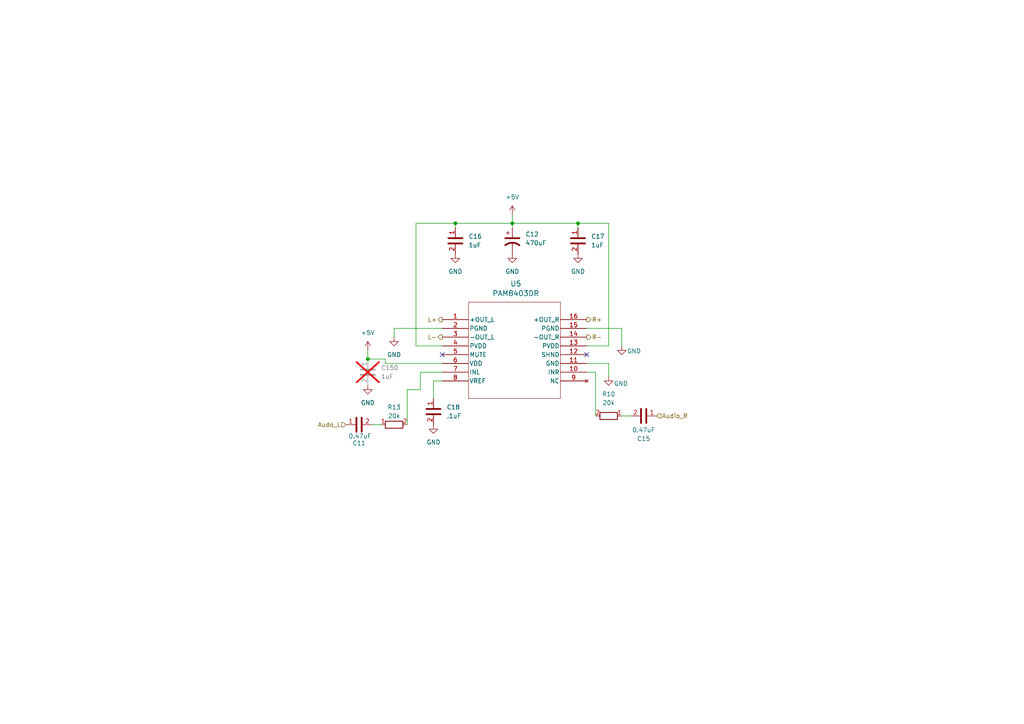
<source format=kicad_sch>
(kicad_sch (version 20231120) (generator "eeschema") (generator_version "8.0")
  (paper "A4")
  (lib_symbols
    (symbol "Device:C_Polarized_US" (pin_numbers hide) (pin_names (offset 0.254) hide)
      (property "Reference" "C" (at 0.635 2.54 0))
      (property "Value" "C_Polarized_US" (at 0.635 -2.54 0))
      (symbol "C_Polarized_US_0_1"
        (polyline (pts (xy -2.032 0.762) (xy 2.032 0.762)) (stroke (width 0.508)))
        (polyline (pts (xy -1.778 2.286) (xy -0.762 2.286)))
        (polyline (pts (xy -1.27 1.778) (xy -1.27 2.794)))
        (arc (start 2.032 -1.27) (mid 0 -0.5572) (end -2.032 -1.27) (stroke (width 0.508)))
      )
      (symbol "C_Polarized_US_1_1"
        (pin passive line (at 0 3.81 270) (length 2.794) (name "~") (number "1"))
        (pin passive line (at 0 -3.81 90) (length 3.302) (name "~") (number "2"))
      )
    )
    (symbol "PVA_board:C"
      (property "Reference" "C" (at 0 0 0))
      (symbol "C_0_1"
        (polyline (pts (xy -0.762 3.048) (xy -0.762 7.112)) (stroke (width 0.508)))
        (polyline (pts (xy 0.762 3.048) (xy 0.762 7.112)) (stroke (width 0.508)))
      )
      (symbol "C_1_1"
        (pin passive line (at -3.81 5.08 0) (length 2.794) (name "~") (number "1"))
        (pin passive line (at 3.81 5.08 180) (length 2.794) (name "~") (number "2"))
      )
    )
    (symbol "PVA_board:PAM8403DR" (pin_names (offset 0.254))
      (property "Reference" "U" (at 21.082 9.652 0))
      (property "Value" "PAM8403DR" (at 21.082 7.112 0))
      (symbol "PAM8403DR_0_1"
        (polyline (pts (xy 7.62 -22.86) (xy 34.29 -22.86)) (stroke (width 0.127)))
        (polyline (pts (xy 7.62 5.08) (xy 7.62 -22.86)) (stroke (width 0.127)))
        (polyline (pts (xy 34.29 -22.86) (xy 34.29 5.08)) (stroke (width 0.127)))
        (polyline (pts (xy 34.29 5.08) (xy 7.62 5.08)) (stroke (width 0.127)))
        (pin output line (at 0 0 0) (length 7.62) (name "+OUT_L") (number "1"))
        (pin unspecified line (at 41.91 -15.24 180) (length 7.62) (name "INR") (number "10"))
        (pin power_out line (at 41.91 -12.7 180) (length 7.62) (name "GND") (number "11"))
        (pin unspecified line (at 41.91 -10.16 180) (length 7.62) (name "SHND") (number "12"))
        (pin power_in line (at 41.91 -7.62 180) (length 7.62) (name "PVDD") (number "13"))
        (pin output line (at 41.91 -5.08 180) (length 7.62) (name "-OUT_R") (number "14"))
        (pin power_out line (at 41.91 -2.54 180) (length 7.62) (name "PGND") (number "15"))
        (pin output line (at 41.91 0 180) (length 7.62) (name "+OUT_R") (number "16"))
        (pin power_out line (at 0 -2.54 0) (length 7.62) (name "PGND") (number "2"))
        (pin output line (at 0 -5.08 0) (length 7.62) (name "-OUT_L") (number "3"))
        (pin power_in line (at 0 -7.62 0) (length 7.62) (name "PVDD") (number "4"))
        (pin unspecified line (at 0 -10.16 0) (length 7.62) (name "MUTE") (number "5"))
        (pin power_in line (at 0 -12.7 0) (length 7.62) (name "VDD") (number "6"))
        (pin unspecified line (at 0 -15.24 0) (length 7.62) (name "INL") (number "7"))
        (pin power_in line (at 0 -17.78 0) (length 7.62) (name "VREF") (number "8"))
        (pin no_connect line (at 41.91 -17.78 180) (length 7.62) (name "NC") (number "9"))
      )
    )
    (symbol "PVA_board:R"
      (property "Reference" "R" (at 0 0 0))
      (symbol "R_0_1"
        (rectangle (start 2.54 1.524) (end -2.54 3.556) (stroke (width 0.254)))
      )
      (symbol "R_1_1"
        (pin passive line (at -3.81 2.54 0) (length 1.27) (name "~") (number "1"))
        (pin passive line (at 3.81 2.54 180) (length 1.27) (name "~") (number "2"))
      )
    )
    (symbol "power:+5V" (power) (pin_numbers hide) (pin_names (offset 0) hide)
      (property "Value" "+5V" (at 0 3.556 0))
      (symbol "+5V_0_1"
        (polyline (pts (xy -0.762 1.27) (xy 0 2.54)))
        (polyline (pts (xy 0 0) (xy 0 2.54)))
        (polyline (pts (xy 0 2.54) (xy 0.762 1.27)))
      )
      (symbol "+5V_1_1"
        (pin power_in line (at 0 0 90) (length 0) (name "~") (number "1"))
      )
    )
    (symbol "power:GND" (power) (pin_numbers hide) (pin_names (offset 0) hide)
      (property "Value" "GND" (at 0 -3.81 0))
      (symbol "GND_0_1"
        (polyline (pts (xy 0 0) (xy 0 -1.27) (xy 1.27 -1.27) (xy 0 -2.54) (xy -1.27 -1.27) (xy 0 -1.27)))
      )
      (symbol "GND_1_1"
        (pin power_in line (at 0 0 270) (length 0) (name "~") (number "1"))
      )
    )
  )
  (junction (at 148.59 64.77))
  (junction (at 132.08 64.77))
  (junction (at 167.64 64.77))
  (junction (at 106.68 104.14))
  (no_connect (at 128.27 102.87))
  (no_connect (at 170.18 102.87))
  (wire (pts (xy 167.64 66.04) (xy 167.64 64.77)))
  (wire (pts (xy 176.53 64.77) (xy 176.53 100.33)))
  (wire (pts (xy 176.53 100.33) (xy 170.18 100.33)))
  (wire (pts (xy 121.92 107.95) (xy 128.27 107.95)))
  (wire (pts (xy 167.64 64.77) (xy 176.53 64.77)))
  (wire (pts (xy 170.18 105.41) (xy 176.53 105.41)))
  (wire (pts (xy 120.65 64.77) (xy 120.65 100.33)))
  (wire (pts (xy 118.11 113.03) (xy 121.92 113.03)))
  (wire (pts (xy 148.59 62.23) (xy 148.59 64.77)))
  (wire (pts (xy 118.11 123.19) (xy 118.11 113.03)))
  (wire (pts (xy 125.73 110.49) (xy 128.27 110.49)))
  (wire (pts (xy 132.08 66.04) (xy 132.08 64.77)))
  (wire (pts (xy 176.53 105.41) (xy 176.53 109.22)))
  (wire (pts (xy 148.59 66.04) (xy 148.59 64.77)))
  (wire (pts (xy 125.73 115.57) (xy 125.73 110.49)))
  (wire (pts (xy 120.65 100.33) (xy 128.27 100.33)))
  (wire (pts (xy 114.3 95.25) (xy 114.3 97.79)))
  (wire (pts (xy 170.18 95.25) (xy 180.34 95.25)))
  (wire (pts (xy 132.08 64.77) (xy 148.59 64.77)))
  (wire (pts (xy 121.92 113.03) (xy 121.92 107.95)))
  (wire (pts (xy 172.72 107.95) (xy 172.72 120.65)))
  (wire (pts (xy 106.68 101.6) (xy 106.68 104.14)))
  (wire (pts (xy 111.76 105.41) (xy 128.27 105.41)))
  (wire (pts (xy 170.18 107.95) (xy 172.72 107.95)))
  (wire (pts (xy 180.34 95.25) (xy 180.34 100.33)))
  (wire (pts (xy 107.95 123.19) (xy 110.49 123.19)))
  (wire (pts (xy 148.59 64.77) (xy 167.64 64.77)))
  (wire (pts (xy 180.34 120.65) (xy 182.88 120.65)))
  (wire (pts (xy 128.27 95.25) (xy 114.3 95.25)))
  (wire (pts (xy 111.76 105.41) (xy 111.76 104.14)))
  (wire (pts (xy 120.65 64.77) (xy 132.08 64.77)))
  (wire (pts (xy 106.68 104.14) (xy 111.76 104.14)))
  (hierarchical_label "Audio_R" (shape input) (at 190.5 120.65 0))
  (hierarchical_label "R+" (shape output) (at 170.18 92.71 0))
  (hierarchical_label "R-" (shape output) (at 170.18 97.79 0))
  (hierarchical_label "L-" (shape output) (at 128.27 97.79 180))
  (hierarchical_label "Audo_L" (shape input) (at 100.33 123.19 180))
  (hierarchical_label "L+" (shape output) (at 128.27 92.71 180))
  (symbol (lib_id "power:GND") (at 167.64 73.66 0) (unit 1)
    (property "Reference" "#PWR037" (effects (hide yes)))
    (property "Value" "GND" (at 167.64 78.74 0))
    (property "Description" "Power symbol creates a global label with name \"GND\" , ground" (effects (hide yes)))
  )
  (symbol (lib_id "PVA_board:C") (at 120.65 119.38 270) (unit 1)
    (property "Reference" "C18" (at 129.54 118.1099 90) (effects (justify left)))
    (property "Value" ".1uF" (at 129.54 120.6499 90) (effects (justify left)))
    (property "Footprint" "PVA_board:C-0805" (effects (hide yes)))
  )
  (symbol (lib_id "PVA_board:C") (at 104.14 128.27 0) (unit 1)
    (property "Reference" "C11" (at 104.14 128.524 0))
    (property "Value" "0.47uF" (at 104.394 126.492 0))
    (property "Footprint" "PVA_board:C-0805" (effects (hide yes)))
  )
  (symbol (lib_id "power:GND") (at 176.53 109.22 0) (unit 1)
    (property "Reference" "#PWR038" (effects (hide yes)))
    (property "Value" "GND" (at 180.086 111.252 0))
    (property "Description" "Power symbol creates a global label with name \"GND\" , ground" (effects (hide yes)))
  )
  (symbol (lib_id "power:GND") (at 114.3 97.79 0) (unit 1)
    (property "Reference" "#PWR0102" (effects (hide yes)))
    (property "Value" "GND" (at 114.3 102.87 0))
    (property "Description" "Power symbol creates a global label with name \"GND\" , ground" (effects (hide yes)))
  )
  (symbol (lib_id "PVA_board:C") (at 127 69.85 270) (unit 1)
    (property "Reference" "C16" (at 135.89 68.5799 90) (effects (justify left)))
    (property "Value" "1uF" (at 135.89 71.1199 90) (effects (justify left)))
    (property "Footprint" "PVA_board:C-0805" (effects (hide yes)))
  )
  (symbol (lib_id "PVA_board:C") (at 162.56 69.85 270) (unit 1)
    (property "Reference" "C17" (at 171.45 68.5799 90) (effects (justify left)))
    (property "Value" "1uF" (at 171.45 71.1199 90) (effects (justify left)))
    (property "Footprint" "PVA_board:C-0805" (effects (hide yes)))
  )
  (symbol (lib_id "power:GND") (at 148.59 73.66 0) (unit 1)
    (property "Reference" "#PWR0105" (effects (hide yes)))
    (property "Value" "GND" (at 148.59 78.74 0))
    (property "Description" "Power symbol creates a global label with name \"GND\" , ground" (effects (hide yes)))
  )
  (symbol (lib_id "power:GND") (at 125.73 123.19 0) (unit 1)
    (property "Reference" "#PWR0101" (effects (hide yes)))
    (property "Value" "GND" (at 125.73 128.27 0))
    (property "Description" "Power symbol creates a global label with name \"GND\" , ground" (effects (hide yes)))
  )
  (symbol (lib_id "power:GND") (at 106.68 111.76 0) (unit 1)
    (property "Reference" "#PWR0103" (effects (hide yes)))
    (property "Value" "GND" (at 106.68 116.84 0))
    (property "Description" "Power symbol creates a global label with name \"GND\" , ground" (effects (hide yes)))
  )
  (symbol (lib_id "power:+5V") (at 106.68 101.6 0) (unit 1)
    (property "Reference" "#PWR030" (effects (hide yes)))
    (property "Value" "+5V" (at 106.68 96.52 0))
    (property "Description" "Power symbol creates a global label with name \"+5V\"" (effects (hide yes)))
  )
  (symbol (lib_id "PVA_board:C") (at 186.69 115.57 180) (unit 1)
    (property "Reference" "C15" (at 186.69 127.254 0))
    (property "Value" "0.47uF" (at 186.69 124.714 0))
    (property "Footprint" "PVA_board:C-0805" (effects (hide yes)))
  )
  (symbol (lib_id "PVA_board:PAM8403DR") (at 128.27 92.71 0) (unit 1)
    (property "Reference" "U5" (at 149.606 82.296 0) (effects (font (size 1.524 1.524))))
    (property "Value" "PAM8403DR" (at 149.606 85.09 0) (effects (font (size 1.524 1.524))))
    (property "Footprint" "PVA_board:SOIC_8403DR_PAM8403-M" (effects (hide yes)))
    (property "Datasheet" "PAM8403DR" (effects (hide yes)))
  )
  (symbol (lib_id "PVA_board:C") (at 101.6 107.95 270) (unit 1) (on_board no) (dnp yes)
    (property "Reference" "C150" (at 110.49 106.6799 90) (effects (justify left)))
    (property "Value" "1uF" (at 110.49 109.2199 90) (effects (justify left)))
    (property "Footprint" "PVA_board:C-0805" (effects (hide yes)))
  )
  (symbol (lib_id "power:GND") (at 132.08 73.66 0) (unit 1)
    (property "Reference" "#PWR0104" (effects (hide yes)))
    (property "Value" "GND" (at 132.08 78.74 0))
    (property "Description" "Power symbol creates a global label with name \"GND\" , ground" (effects (hide yes)))
  )
  (symbol (lib_id "power:GND") (at 180.34 100.33 0) (unit 1)
    (property "Reference" "#PWR0106" (effects (hide yes)))
    (property "Value" "GND" (at 183.896 101.854 0))
    (property "Description" "Power symbol creates a global label with name \"GND\" , ground" (effects (hide yes)))
  )
  (symbol (lib_id "PVA_board:R") (at 176.53 118.11 180) (unit 1)
    (property "Reference" "R10" (at 176.53 114.3 0))
    (property "Value" "20k" (at 176.53 116.84 0))
    (property "Footprint" "PVA_board:R-0805" (effects (hide yes)))
  )
  (symbol (lib_id "power:+5V") (at 148.59 62.23 0) (unit 1)
    (property "Reference" "#PWR0107" (effects (hide yes)))
    (property "Value" "+5V" (at 148.59 57.15 0))
    (property "Description" "Power symbol creates a global label with name \"+5V\"" (effects (hide yes)))
  )
  (symbol (lib_id "Device:C_Polarized_US") (at 148.59 69.85 0) (unit 1)
    (property "Reference" "C12" (at 152.4 67.9449 0) (effects (justify left)))
    (property "Value" "470uF" (at 152.4 70.4849 0) (effects (justify left)))
    (property "Footprint" "PVA_board:CP_Elec_8x10.5" (effects (hide yes)))
    (property "Description" "Polarized capacitor, US symbol" (effects (hide yes)))
  )
  (symbol (lib_id "PVA_board:R") (at 114.3 125.73 0) (unit 1)
    (property "Reference" "R13" (at 114.3 118.11 0))
    (property "Value" "20k" (at 114.3 120.65 0))
    (property "Footprint" "PVA_board:R-0805" (effects (hide yes)))
  )
)
</source>
